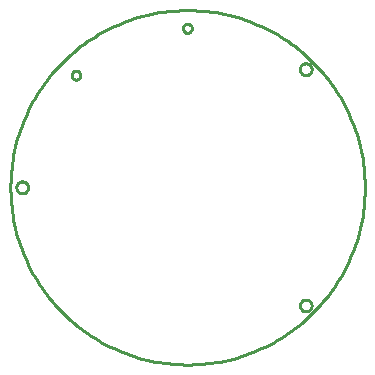
<source format=gko>
G04 EAGLE Gerber RS-274X export*
G75*
%MOMM*%
%FSLAX34Y34*%
%LPD*%
%IN*%
%IPPOS*%
%AMOC8*
5,1,8,0,0,1.08239X$1,22.5*%
G01*
%ADD10C,0.254000*%


D10*
X300000Y148159D02*
X300000Y151841D01*
X299910Y155522D01*
X299729Y159199D01*
X299458Y162871D01*
X299097Y166535D01*
X298647Y170189D01*
X298106Y173831D01*
X297477Y177458D01*
X296759Y181069D01*
X295952Y184661D01*
X295057Y188233D01*
X294075Y191781D01*
X293007Y195304D01*
X291852Y198800D01*
X290611Y202267D01*
X289286Y205702D01*
X287877Y209103D01*
X286385Y212469D01*
X284811Y215797D01*
X283156Y219086D01*
X281420Y222333D01*
X279606Y225536D01*
X277713Y228694D01*
X275743Y231805D01*
X273698Y234866D01*
X271578Y237876D01*
X269385Y240834D01*
X267119Y243736D01*
X264784Y246582D01*
X262379Y249370D01*
X259906Y252098D01*
X257368Y254764D01*
X254764Y257368D01*
X252098Y259906D01*
X249370Y262379D01*
X246582Y264784D01*
X243736Y267119D01*
X240834Y269385D01*
X237876Y271578D01*
X234866Y273698D01*
X231805Y275743D01*
X228694Y277713D01*
X225536Y279606D01*
X222333Y281420D01*
X219086Y283156D01*
X215797Y284811D01*
X212469Y286385D01*
X209103Y287877D01*
X205702Y289286D01*
X202267Y290611D01*
X198800Y291852D01*
X195304Y293007D01*
X191781Y294075D01*
X188233Y295057D01*
X184661Y295952D01*
X181069Y296759D01*
X177458Y297477D01*
X173831Y298106D01*
X170189Y298647D01*
X166535Y299097D01*
X162871Y299458D01*
X159199Y299729D01*
X155522Y299910D01*
X151841Y300000D01*
X148159Y300000D01*
X144479Y299910D01*
X140801Y299729D01*
X137129Y299458D01*
X133465Y299097D01*
X129811Y298647D01*
X126169Y298106D01*
X122542Y297477D01*
X118931Y296759D01*
X115339Y295952D01*
X111767Y295057D01*
X108219Y294075D01*
X104696Y293007D01*
X101200Y291852D01*
X97733Y290611D01*
X94298Y289286D01*
X90897Y287877D01*
X87531Y286385D01*
X84203Y284811D01*
X80914Y283156D01*
X77667Y281420D01*
X74464Y279606D01*
X71306Y277713D01*
X68195Y275743D01*
X65134Y273698D01*
X62124Y271578D01*
X59167Y269385D01*
X56264Y267119D01*
X53418Y264784D01*
X50630Y262379D01*
X47902Y259906D01*
X45236Y257368D01*
X42632Y254764D01*
X40094Y252098D01*
X37621Y249370D01*
X35216Y246582D01*
X32881Y243736D01*
X30615Y240834D01*
X28422Y237876D01*
X26302Y234866D01*
X24257Y231805D01*
X22287Y228694D01*
X20394Y225536D01*
X18580Y222333D01*
X16844Y219086D01*
X15189Y215797D01*
X13615Y212469D01*
X12123Y209103D01*
X10714Y205702D01*
X9389Y202267D01*
X8148Y198800D01*
X6993Y195304D01*
X5925Y191781D01*
X4943Y188233D01*
X4048Y184661D01*
X3241Y181069D01*
X2523Y177458D01*
X1894Y173831D01*
X1353Y170189D01*
X903Y166535D01*
X542Y162871D01*
X271Y159199D01*
X90Y155522D01*
X0Y151841D01*
X0Y148159D01*
X90Y144479D01*
X271Y140801D01*
X542Y137129D01*
X903Y133465D01*
X1353Y129811D01*
X1894Y126169D01*
X2523Y122542D01*
X3241Y118931D01*
X4048Y115339D01*
X4943Y111767D01*
X5925Y108219D01*
X6993Y104696D01*
X8148Y101200D01*
X9389Y97733D01*
X10714Y94298D01*
X12123Y90897D01*
X13615Y87531D01*
X15189Y84203D01*
X16844Y80914D01*
X18580Y77667D01*
X20394Y74464D01*
X22287Y71306D01*
X24257Y68195D01*
X26302Y65134D01*
X28422Y62124D01*
X30615Y59167D01*
X32881Y56264D01*
X35216Y53418D01*
X37621Y50630D01*
X40094Y47902D01*
X42632Y45236D01*
X45236Y42632D01*
X47902Y40094D01*
X50630Y37621D01*
X53418Y35216D01*
X56264Y32881D01*
X59167Y30615D01*
X62124Y28422D01*
X65134Y26302D01*
X68195Y24257D01*
X71306Y22287D01*
X74464Y20394D01*
X77667Y18580D01*
X80914Y16844D01*
X84203Y15189D01*
X87531Y13615D01*
X90897Y12123D01*
X94298Y10714D01*
X97733Y9389D01*
X101200Y8148D01*
X104696Y6993D01*
X108219Y5925D01*
X111767Y4943D01*
X115339Y4048D01*
X118931Y3241D01*
X122542Y2523D01*
X126169Y1894D01*
X129811Y1353D01*
X133465Y903D01*
X137129Y542D01*
X140801Y271D01*
X144479Y90D01*
X148159Y0D01*
X151841Y0D01*
X155522Y90D01*
X159199Y271D01*
X162871Y542D01*
X166535Y903D01*
X170189Y1353D01*
X173831Y1894D01*
X177458Y2523D01*
X181069Y3241D01*
X184661Y4048D01*
X188233Y4943D01*
X191781Y5925D01*
X195304Y6993D01*
X198800Y8148D01*
X202267Y9389D01*
X205702Y10714D01*
X209103Y12123D01*
X212469Y13615D01*
X215797Y15189D01*
X219086Y16844D01*
X222333Y18580D01*
X225536Y20394D01*
X228694Y22287D01*
X231805Y24257D01*
X234866Y26302D01*
X237876Y28422D01*
X240834Y30615D01*
X243736Y32881D01*
X246582Y35216D01*
X249370Y37621D01*
X252098Y40094D01*
X254764Y42632D01*
X257368Y45236D01*
X259906Y47902D01*
X262379Y50630D01*
X264784Y53418D01*
X267119Y56264D01*
X269385Y59167D01*
X271578Y62124D01*
X273698Y65134D01*
X275743Y68195D01*
X277713Y71306D01*
X279606Y74464D01*
X281420Y77667D01*
X283156Y80914D01*
X284811Y84203D01*
X286385Y87531D01*
X287877Y90897D01*
X289286Y94298D01*
X290611Y97733D01*
X291852Y101200D01*
X293007Y104696D01*
X294075Y108219D01*
X295057Y111767D01*
X295952Y115339D01*
X296759Y118931D01*
X297477Y122542D01*
X298106Y126169D01*
X298647Y129811D01*
X299097Y133465D01*
X299458Y137129D01*
X299729Y140801D01*
X299910Y144479D01*
X300000Y148159D01*
X255000Y249719D02*
X254937Y249161D01*
X254812Y248614D01*
X254627Y248084D01*
X254383Y247578D01*
X254084Y247102D01*
X253734Y246663D01*
X253337Y246266D01*
X252898Y245916D01*
X252422Y245617D01*
X251916Y245373D01*
X251386Y245188D01*
X250839Y245063D01*
X250281Y245000D01*
X249719Y245000D01*
X249161Y245063D01*
X248614Y245188D01*
X248084Y245373D01*
X247578Y245617D01*
X247102Y245916D01*
X246663Y246266D01*
X246266Y246663D01*
X245916Y247102D01*
X245617Y247578D01*
X245373Y248084D01*
X245188Y248614D01*
X245063Y249161D01*
X245000Y249719D01*
X245000Y250281D01*
X245063Y250839D01*
X245188Y251386D01*
X245373Y251916D01*
X245617Y252422D01*
X245916Y252898D01*
X246266Y253337D01*
X246663Y253734D01*
X247102Y254084D01*
X247578Y254383D01*
X248084Y254627D01*
X248614Y254812D01*
X249161Y254937D01*
X249719Y255000D01*
X250281Y255000D01*
X250839Y254937D01*
X251386Y254812D01*
X251916Y254627D01*
X252422Y254383D01*
X252898Y254084D01*
X253337Y253734D01*
X253734Y253337D01*
X254084Y252898D01*
X254383Y252422D01*
X254627Y251916D01*
X254812Y251386D01*
X254937Y250839D01*
X255000Y250281D01*
X255000Y249719D01*
X255000Y49719D02*
X254937Y49161D01*
X254812Y48614D01*
X254627Y48084D01*
X254383Y47578D01*
X254084Y47102D01*
X253734Y46663D01*
X253337Y46266D01*
X252898Y45916D01*
X252422Y45617D01*
X251916Y45373D01*
X251386Y45188D01*
X250839Y45063D01*
X250281Y45000D01*
X249719Y45000D01*
X249161Y45063D01*
X248614Y45188D01*
X248084Y45373D01*
X247578Y45617D01*
X247102Y45916D01*
X246663Y46266D01*
X246266Y46663D01*
X245916Y47102D01*
X245617Y47578D01*
X245373Y48084D01*
X245188Y48614D01*
X245063Y49161D01*
X245000Y49719D01*
X245000Y50281D01*
X245063Y50839D01*
X245188Y51386D01*
X245373Y51916D01*
X245617Y52422D01*
X245916Y52898D01*
X246266Y53337D01*
X246663Y53734D01*
X247102Y54084D01*
X247578Y54383D01*
X248084Y54627D01*
X248614Y54812D01*
X249161Y54937D01*
X249719Y55000D01*
X250281Y55000D01*
X250839Y54937D01*
X251386Y54812D01*
X251916Y54627D01*
X252422Y54383D01*
X252898Y54084D01*
X253337Y53734D01*
X253734Y53337D01*
X254084Y52898D01*
X254383Y52422D01*
X254627Y51916D01*
X254812Y51386D01*
X254937Y50839D01*
X255000Y50281D01*
X255000Y49719D01*
X15000Y149719D02*
X14937Y149161D01*
X14812Y148614D01*
X14627Y148084D01*
X14383Y147578D01*
X14084Y147102D01*
X13734Y146663D01*
X13337Y146266D01*
X12898Y145916D01*
X12422Y145617D01*
X11916Y145373D01*
X11386Y145188D01*
X10839Y145063D01*
X10281Y145000D01*
X9719Y145000D01*
X9161Y145063D01*
X8614Y145188D01*
X8084Y145373D01*
X7578Y145617D01*
X7102Y145916D01*
X6663Y146266D01*
X6266Y146663D01*
X5916Y147102D01*
X5617Y147578D01*
X5373Y148084D01*
X5188Y148614D01*
X5063Y149161D01*
X5000Y149719D01*
X5000Y150281D01*
X5063Y150839D01*
X5188Y151386D01*
X5373Y151916D01*
X5617Y152422D01*
X5916Y152898D01*
X6266Y153337D01*
X6663Y153734D01*
X7102Y154084D01*
X7578Y154383D01*
X8084Y154627D01*
X8614Y154812D01*
X9161Y154937D01*
X9719Y155000D01*
X10281Y155000D01*
X10839Y154937D01*
X11386Y154812D01*
X11916Y154627D01*
X12422Y154383D01*
X12898Y154084D01*
X13337Y153734D01*
X13734Y153337D01*
X14084Y152898D01*
X14383Y152422D01*
X14627Y151916D01*
X14812Y151386D01*
X14937Y150839D01*
X15000Y150281D01*
X15000Y149719D01*
X146110Y284846D02*
X146174Y285333D01*
X146301Y285808D01*
X146490Y286262D01*
X146735Y286688D01*
X147035Y287078D01*
X147382Y287425D01*
X147772Y287725D01*
X148198Y287971D01*
X148652Y288159D01*
X149127Y288286D01*
X149614Y288350D01*
X150106Y288350D01*
X150593Y288286D01*
X151068Y288159D01*
X151522Y287971D01*
X151948Y287725D01*
X152338Y287425D01*
X152685Y287078D01*
X152985Y286688D01*
X153231Y286262D01*
X153419Y285808D01*
X153546Y285333D01*
X153610Y284846D01*
X153610Y284354D01*
X153546Y283867D01*
X153419Y283392D01*
X153231Y282938D01*
X152985Y282512D01*
X152685Y282122D01*
X152338Y281775D01*
X151948Y281475D01*
X151522Y281230D01*
X151068Y281041D01*
X150593Y280914D01*
X150106Y280850D01*
X149614Y280850D01*
X149127Y280914D01*
X148652Y281041D01*
X148198Y281230D01*
X147772Y281475D01*
X147382Y281775D01*
X147035Y282122D01*
X146735Y282512D01*
X146490Y282938D01*
X146301Y283392D01*
X146174Y283867D01*
X146110Y284354D01*
X146110Y284846D01*
X52675Y242522D02*
X52375Y242912D01*
X52130Y243338D01*
X51941Y243792D01*
X51814Y244267D01*
X51750Y244754D01*
X51750Y245246D01*
X51814Y245733D01*
X51941Y246208D01*
X52130Y246662D01*
X52375Y247088D01*
X52675Y247478D01*
X53022Y247825D01*
X53412Y248125D01*
X53838Y248370D01*
X54292Y248559D01*
X54767Y248686D01*
X55254Y248750D01*
X55746Y248750D01*
X56233Y248686D01*
X56708Y248559D01*
X57162Y248370D01*
X57588Y248125D01*
X57978Y247825D01*
X58325Y247478D01*
X58625Y247088D01*
X58870Y246662D01*
X59059Y246208D01*
X59186Y245733D01*
X59250Y245246D01*
X59250Y244754D01*
X59186Y244267D01*
X59059Y243792D01*
X58870Y243338D01*
X58625Y242912D01*
X58325Y242522D01*
X57978Y242175D01*
X57588Y241875D01*
X57162Y241630D01*
X56708Y241441D01*
X56233Y241314D01*
X55746Y241250D01*
X55254Y241250D01*
X54767Y241314D01*
X54292Y241441D01*
X53838Y241630D01*
X53412Y241875D01*
X53022Y242175D01*
X52675Y242522D01*
M02*

</source>
